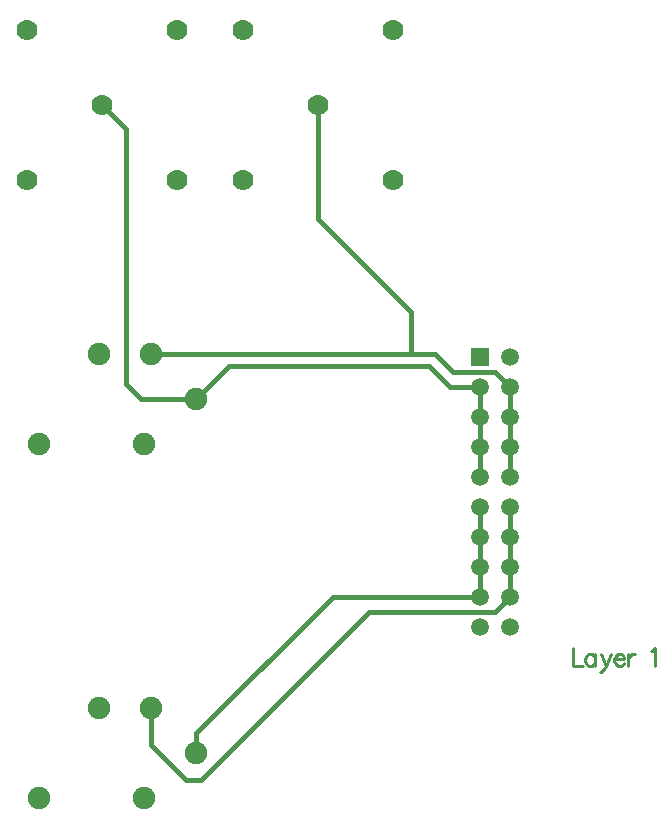
<source format=gtl>
%FSLAX24Y24*%
%MOIN*%
G70*
G01*
G75*
G04 Layer_Physical_Order=1*
%ADD10C,0.0160*%
%ADD11C,0.0100*%
%ADD12C,0.0750*%
%ADD13C,0.0700*%
%ADD14C,0.0591*%
%ADD15R,0.0591X0.0591*%
D10*
X35300Y57500D02*
X35900Y56900D01*
X37300D01*
X37800Y53400D02*
Y56400D01*
X35100Y57100D02*
X35800Y56400D01*
X28450Y57100D02*
X35100D01*
X36800Y53400D02*
Y56400D01*
X31400Y62000D02*
X34500Y58900D01*
X31400Y62000D02*
Y65800D01*
X37300Y56900D02*
X37800Y56400D01*
X34500Y57500D02*
Y58900D01*
X25850Y57500D02*
X35300D01*
X25000Y56500D02*
X25500Y56000D01*
X25000Y56500D02*
Y65000D01*
X25500Y56000D02*
X27350D01*
X24200Y65800D02*
X25000Y65000D01*
X27350Y56000D02*
X28450Y57100D01*
X35800Y56400D02*
X36800D01*
X27350Y44850D02*
X31900Y49400D01*
X27350Y44550D02*
Y44850D01*
X31900Y49400D02*
X36800D01*
Y49300D02*
Y52400D01*
X25850Y44450D02*
X27000Y43300D01*
X27500D01*
X33100Y48900D01*
X37300D01*
X25850Y44450D02*
Y45700D01*
X37300Y48900D02*
X37800Y49400D01*
Y52400D01*
D11*
X39900Y47700D02*
Y47100D01*
X40243D01*
X40651Y47500D02*
Y47100D01*
Y47414D02*
X40594Y47471D01*
X40537Y47500D01*
X40451D01*
X40394Y47471D01*
X40337Y47414D01*
X40308Y47329D01*
Y47271D01*
X40337Y47186D01*
X40394Y47129D01*
X40451Y47100D01*
X40537D01*
X40594Y47129D01*
X40651Y47186D01*
X40840Y47500D02*
X41011Y47100D01*
X41183Y47500D02*
X41011Y47100D01*
X40954Y46986D01*
X40897Y46929D01*
X40840Y46900D01*
X40811D01*
X41283Y47329D02*
X41625D01*
Y47386D01*
X41597Y47443D01*
X41568Y47471D01*
X41511Y47500D01*
X41425D01*
X41368Y47471D01*
X41311Y47414D01*
X41283Y47329D01*
Y47271D01*
X41311Y47186D01*
X41368Y47129D01*
X41425Y47100D01*
X41511D01*
X41568Y47129D01*
X41625Y47186D01*
X41754Y47500D02*
Y47100D01*
Y47329D02*
X41782Y47414D01*
X41840Y47471D01*
X41897Y47500D01*
X41982D01*
X42508Y47586D02*
X42565Y47614D01*
X42651Y47700D01*
Y47100D01*
D12*
X24100Y45700D02*
D03*
X22100Y42700D02*
D03*
X27350Y44200D02*
D03*
X25850Y45700D02*
D03*
X25600Y42700D02*
D03*
X24100Y57500D02*
D03*
X22100Y54500D02*
D03*
X27350Y56000D02*
D03*
X25850Y57500D02*
D03*
X25600Y54500D02*
D03*
D13*
X24200Y65800D02*
D03*
X26700Y63300D02*
D03*
X21700D02*
D03*
Y68300D02*
D03*
X26700D02*
D03*
X31400Y65800D02*
D03*
X33900Y63300D02*
D03*
X28900D02*
D03*
Y68300D02*
D03*
X33900D02*
D03*
D14*
X37800Y48400D02*
D03*
X36800D02*
D03*
X37800Y49400D02*
D03*
X36800D02*
D03*
X37800Y50400D02*
D03*
X36800D02*
D03*
X37800Y51400D02*
D03*
X36800D02*
D03*
X37800Y52400D02*
D03*
X36800D02*
D03*
X37800Y53400D02*
D03*
X36800D02*
D03*
X37800Y54400D02*
D03*
X36800D02*
D03*
X37800Y55400D02*
D03*
X36800D02*
D03*
X37800Y56400D02*
D03*
X36800D02*
D03*
X37800Y57400D02*
D03*
D15*
X36800D02*
D03*
M02*

</source>
